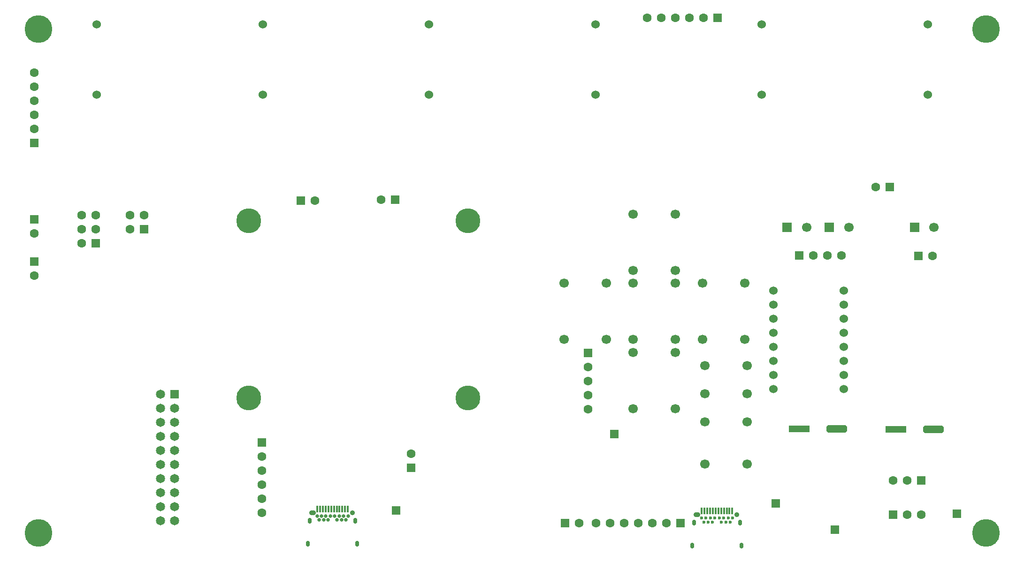
<source format=gbr>
%TF.GenerationSoftware,Altium Limited,Altium NEXUS,2.1.9 (83)*%
G04 Layer_Color=255*
%FSLAX44Y44*%
%MOMM*%
%TF.FileFunction,Pads,Bot*%
%TF.Part,Single*%
G01*
G75*
%TA.AperFunction,ViaPad*%
%ADD50C,5.0000*%
%TA.AperFunction,ComponentPad*%
%ADD51C,1.5240*%
%ADD52C,1.7000*%
%ADD53R,1.7000X1.7000*%
%ADD54R,1.6500X1.6500*%
%ADD55C,1.6500*%
%ADD56C,0.6000*%
%ADD57O,0.7500X1.0500*%
%ADD58C,0.9000*%
%ADD59O,1.2000X0.9000*%
%ADD60C,0.6500*%
%ADD61C,1.6000*%
%ADD62R,1.6000X1.6000*%
%ADD63R,1.6000X1.6000*%
%ADD64C,4.5000*%
%TA.AperFunction,SMDPad,CuDef*%
%ADD66R,3.8000X1.3000*%
G04:AMPARAMS|DCode=67|XSize=3.8mm|YSize=1.3mm|CornerRadius=0mm|HoleSize=0mm|Usage=FLASHONLY|Rotation=180.000|XOffset=0mm|YOffset=0mm|HoleType=Round|Shape=Octagon|*
%AMOCTAGOND67*
4,1,8,-1.9000,0.3250,-1.9000,-0.3250,-1.5750,-0.6500,1.5750,-0.6500,1.9000,-0.3250,1.9000,0.3250,1.5750,0.6500,-1.5750,0.6500,-1.9000,0.3250,0.0*
%
%ADD67OCTAGOND67*%

%ADD68R,0.3000X1.2000*%
D50*
X45000Y955000D02*
D03*
X1755000D02*
D03*
Y45000D02*
D03*
X45000D02*
D03*
D51*
X1650000Y963500D02*
D03*
Y836500D02*
D03*
X1350000Y963500D02*
D03*
Y836500D02*
D03*
X1050000Y963500D02*
D03*
Y836500D02*
D03*
X750000Y963500D02*
D03*
Y836500D02*
D03*
X450000Y963500D02*
D03*
Y836500D02*
D03*
X150000Y963500D02*
D03*
Y836500D02*
D03*
X1371500Y482950D02*
D03*
Y457550D02*
D03*
Y432150D02*
D03*
Y406750D02*
D03*
Y381350D02*
D03*
Y355950D02*
D03*
Y330550D02*
D03*
Y305150D02*
D03*
X1498500Y482950D02*
D03*
Y457550D02*
D03*
Y432150D02*
D03*
Y406750D02*
D03*
Y381350D02*
D03*
Y355950D02*
D03*
Y330550D02*
D03*
Y305150D02*
D03*
D52*
X1661000Y597250D02*
D03*
X1507250D02*
D03*
X1431250D02*
D03*
X1194600Y496050D02*
D03*
Y394450D02*
D03*
X1118400Y496050D02*
D03*
Y394450D02*
D03*
X1194600Y621050D02*
D03*
Y519450D02*
D03*
X1118400Y621050D02*
D03*
Y519450D02*
D03*
X1194600Y371050D02*
D03*
Y269450D02*
D03*
X1118400Y371050D02*
D03*
Y269450D02*
D03*
X1069600Y496050D02*
D03*
Y394450D02*
D03*
X993400Y496050D02*
D03*
Y394450D02*
D03*
X1319600Y496050D02*
D03*
Y394450D02*
D03*
X1243400Y496050D02*
D03*
Y394450D02*
D03*
X1247500Y346800D02*
D03*
Y296000D02*
D03*
X1323700Y346800D02*
D03*
Y296000D02*
D03*
Y245200D02*
D03*
X1247500D02*
D03*
X1323700Y169000D02*
D03*
X1247500D02*
D03*
D53*
X1626000Y597250D02*
D03*
X1472250D02*
D03*
X1396250D02*
D03*
D54*
X290671Y295140D02*
D03*
D55*
X265271D02*
D03*
X290671Y269740D02*
D03*
X265271D02*
D03*
X290671Y244340D02*
D03*
X265271D02*
D03*
X290671Y218940D02*
D03*
X265271D02*
D03*
X290671Y193540D02*
D03*
X265271D02*
D03*
X290671Y168140D02*
D03*
X265271D02*
D03*
X290671Y142740D02*
D03*
X265271D02*
D03*
X290671Y117340D02*
D03*
X265271D02*
D03*
X290671Y91940D02*
D03*
X265271D02*
D03*
X290671Y66540D02*
D03*
X265271D02*
D03*
D56*
X1297610Y71780D02*
D03*
X1289610D02*
D03*
X1281610D02*
D03*
X1273610D02*
D03*
X1265610D02*
D03*
X1257610D02*
D03*
X1249610D02*
D03*
X1241610D02*
D03*
X1293610Y64780D02*
D03*
X1285610D02*
D03*
X1277610D02*
D03*
X1261610D02*
D03*
X1253610D02*
D03*
X1245610D02*
D03*
D57*
X1310910Y63380D02*
D03*
X1228310D02*
D03*
X1225110Y21880D02*
D03*
X1314110D02*
D03*
X617300Y67100D02*
D03*
X534700D02*
D03*
X531500Y25600D02*
D03*
X620500D02*
D03*
D58*
X1305610Y77780D02*
D03*
X612000Y81500D02*
D03*
D59*
X1233610Y77780D02*
D03*
X540000Y81500D02*
D03*
D60*
X604000Y75500D02*
D03*
X596000D02*
D03*
X588000D02*
D03*
X580000D02*
D03*
X572000D02*
D03*
X564000D02*
D03*
X556000D02*
D03*
X548000D02*
D03*
X600000Y68500D02*
D03*
X592000D02*
D03*
X584000D02*
D03*
X568000D02*
D03*
X560000D02*
D03*
X552000D02*
D03*
D61*
X1050900Y62500D02*
D03*
X1076300D02*
D03*
X1101700D02*
D03*
X1127100D02*
D03*
X1177900D02*
D03*
X1152500D02*
D03*
X1021000Y62750D02*
D03*
X37750Y510050D02*
D03*
X448250Y183300D02*
D03*
Y157900D02*
D03*
Y132500D02*
D03*
Y107100D02*
D03*
Y81700D02*
D03*
X37750Y586250D02*
D03*
X717750Y188000D02*
D03*
X1244800Y975750D02*
D03*
X1219400D02*
D03*
X1194000D02*
D03*
X1168600D02*
D03*
X1143200D02*
D03*
X1657900Y545500D02*
D03*
X1494050Y546250D02*
D03*
X1468650D02*
D03*
X1443250D02*
D03*
X1612750Y139500D02*
D03*
X1587350D02*
D03*
X1612500Y77750D02*
D03*
X1637900D02*
D03*
X1555850Y670000D02*
D03*
X663350Y646500D02*
D03*
X544000Y645250D02*
D03*
X123600Y618900D02*
D03*
X149000D02*
D03*
X123600Y593500D02*
D03*
X149000D02*
D03*
X123600Y568100D02*
D03*
X210850Y593750D02*
D03*
X236250Y619150D02*
D03*
X210850D02*
D03*
X37750Y774750D02*
D03*
Y800150D02*
D03*
Y825550D02*
D03*
Y850950D02*
D03*
Y876350D02*
D03*
X1036500Y345000D02*
D03*
Y319600D02*
D03*
Y294200D02*
D03*
Y268800D02*
D03*
D62*
X1203300Y62500D02*
D03*
X995600Y62750D02*
D03*
X1702250Y79250D02*
D03*
X1270200Y975750D02*
D03*
X1375750Y98250D02*
D03*
X690250Y85600D02*
D03*
X1632500Y545500D02*
D03*
X1417850Y546250D02*
D03*
X1638150Y139500D02*
D03*
X1587100Y77750D02*
D03*
X1581250Y670000D02*
D03*
X688750Y646500D02*
D03*
X518600Y645250D02*
D03*
D63*
X37750Y535450D02*
D03*
X448250Y208700D02*
D03*
X37750Y611650D02*
D03*
X717750Y162600D02*
D03*
X1482500Y51000D02*
D03*
X1084250Y224000D02*
D03*
X149000Y568100D02*
D03*
X236250Y593750D02*
D03*
X37750Y749350D02*
D03*
X1036500Y370400D02*
D03*
D64*
X425000Y288500D02*
D03*
X820300D02*
D03*
X820000Y608500D02*
D03*
X425000D02*
D03*
D66*
X1418000Y232500D02*
D03*
X1592250Y231750D02*
D03*
D67*
X1486000Y232500D02*
D03*
X1660250Y231750D02*
D03*
D68*
X1297110Y84380D02*
D03*
X1292110D02*
D03*
X1287110D02*
D03*
X1282110D02*
D03*
X1277110D02*
D03*
X1272110D02*
D03*
X1267110D02*
D03*
X1262110D02*
D03*
X1257110D02*
D03*
X1252110D02*
D03*
X1247110D02*
D03*
X1242110D02*
D03*
X603500Y88100D02*
D03*
X598500D02*
D03*
X593500D02*
D03*
X588500D02*
D03*
X583500D02*
D03*
X578500D02*
D03*
X573500D02*
D03*
X568500D02*
D03*
X563500D02*
D03*
X558500D02*
D03*
X553500D02*
D03*
X548500D02*
D03*
%TF.MD5,ed27565bd9a3928c58f025392200348b*%
M02*

</source>
